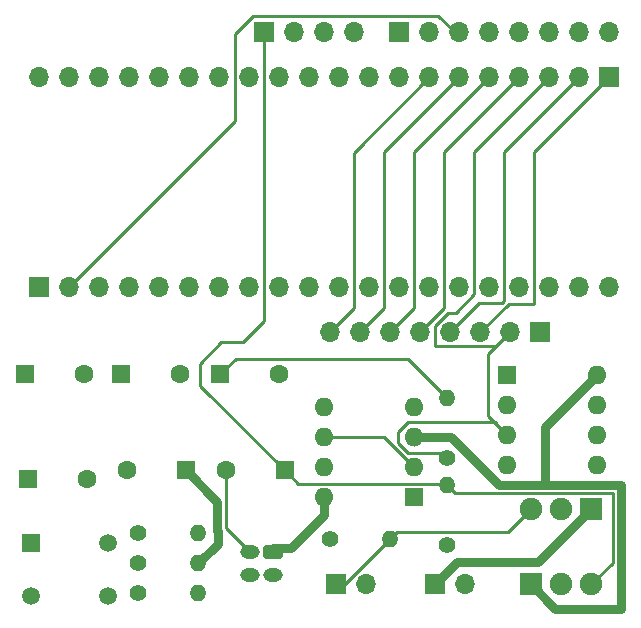
<source format=gbr>
%TF.GenerationSoftware,KiCad,Pcbnew,7.0.7*%
%TF.CreationDate,2023-10-24T13:34:15-04:00*%
%TF.ProjectId,Capstone-board-car,43617073-746f-46e6-952d-626f6172642d,rev?*%
%TF.SameCoordinates,Original*%
%TF.FileFunction,Copper,L2,Bot*%
%TF.FilePolarity,Positive*%
%FSLAX46Y46*%
G04 Gerber Fmt 4.6, Leading zero omitted, Abs format (unit mm)*
G04 Created by KiCad (PCBNEW 7.0.7) date 2023-10-24 13:34:15*
%MOMM*%
%LPD*%
G01*
G04 APERTURE LIST*
G04 Aperture macros list*
%AMRoundRect*
0 Rectangle with rounded corners*
0 $1 Rounding radius*
0 $2 $3 $4 $5 $6 $7 $8 $9 X,Y pos of 4 corners*
0 Add a 4 corners polygon primitive as box body*
4,1,4,$2,$3,$4,$5,$6,$7,$8,$9,$2,$3,0*
0 Add four circle primitives for the rounded corners*
1,1,$1+$1,$2,$3*
1,1,$1+$1,$4,$5*
1,1,$1+$1,$6,$7*
1,1,$1+$1,$8,$9*
0 Add four rect primitives between the rounded corners*
20,1,$1+$1,$2,$3,$4,$5,0*
20,1,$1+$1,$4,$5,$6,$7,0*
20,1,$1+$1,$6,$7,$8,$9,0*
20,1,$1+$1,$8,$9,$2,$3,0*%
G04 Aperture macros list end*
%TA.AperFunction,ComponentPad*%
%ADD10R,1.700000X1.700000*%
%TD*%
%TA.AperFunction,ComponentPad*%
%ADD11O,1.700000X1.700000*%
%TD*%
%TA.AperFunction,ComponentPad*%
%ADD12R,1.600000X1.600000*%
%TD*%
%TA.AperFunction,ComponentPad*%
%ADD13C,1.600000*%
%TD*%
%TA.AperFunction,ComponentPad*%
%ADD14C,1.400000*%
%TD*%
%TA.AperFunction,ComponentPad*%
%ADD15O,1.400000X1.400000*%
%TD*%
%TA.AperFunction,ComponentPad*%
%ADD16R,1.910000X1.910000*%
%TD*%
%TA.AperFunction,ComponentPad*%
%ADD17C,1.910000*%
%TD*%
%TA.AperFunction,ComponentPad*%
%ADD18O,1.600000X1.600000*%
%TD*%
%TA.AperFunction,ComponentPad*%
%ADD19R,1.508000X1.508000*%
%TD*%
%TA.AperFunction,ComponentPad*%
%ADD20C,1.508000*%
%TD*%
%TA.AperFunction,ComponentPad*%
%ADD21RoundRect,0.250000X-0.575000X0.350000X-0.575000X-0.350000X0.575000X-0.350000X0.575000X0.350000X0*%
%TD*%
%TA.AperFunction,ComponentPad*%
%ADD22O,1.650000X1.200000*%
%TD*%
%TA.AperFunction,Conductor*%
%ADD23C,0.750000*%
%TD*%
%TA.AperFunction,Conductor*%
%ADD24C,0.250000*%
%TD*%
G04 APERTURE END LIST*
D10*
%TO.P,J1,1,Pin_1*%
%TO.N,Net-(J1-Pin_1)*%
X87630000Y-77978000D03*
D11*
%TO.P,J1,2,Pin_2*%
%TO.N,Net-(J1-Pin_2)*%
X85090000Y-77978000D03*
%TO.P,J1,3,Pin_3*%
%TO.N,Earth*%
X82550000Y-77978000D03*
%TO.P,J1,4,Pin_4*%
%TO.N,Net-(J1-Pin_4)*%
X80010000Y-77978000D03*
%TO.P,J1,5,Pin_5*%
%TO.N,Net-(J1-Pin_5)*%
X77470000Y-77978000D03*
%TO.P,J1,6,Pin_6*%
%TO.N,Net-(J1-Pin_6)*%
X74930000Y-77978000D03*
%TO.P,J1,7,Pin_7*%
%TO.N,Net-(J1-Pin_7)*%
X72390000Y-77978000D03*
%TO.P,J1,8,Pin_8*%
%TO.N,unconnected-(J1-Pin_8-Pad8)*%
X69850000Y-77978000D03*
%TO.P,J1,9,Pin_9*%
%TO.N,unconnected-(J1-Pin_9-Pad9)*%
X67310000Y-77978000D03*
%TO.P,J1,10,Pin_10*%
%TO.N,unconnected-(J1-Pin_10-Pad10)*%
X64770000Y-77978000D03*
%TO.P,J1,11,Pin_11*%
%TO.N,unconnected-(J1-Pin_11-Pad11)*%
X62230000Y-77978000D03*
%TO.P,J1,12,Pin_12*%
%TO.N,unconnected-(J1-Pin_12-Pad12)*%
X59690000Y-77978000D03*
%TO.P,J1,13,Pin_13*%
%TO.N,unconnected-(J1-Pin_13-Pad13)*%
X57150000Y-77978000D03*
%TO.P,J1,14,Pin_14*%
%TO.N,unconnected-(J1-Pin_14-Pad14)*%
X54610000Y-77978000D03*
%TO.P,J1,15,Pin_15*%
%TO.N,unconnected-(J1-Pin_15-Pad15)*%
X52070000Y-77978000D03*
%TO.P,J1,16,Pin_16*%
%TO.N,unconnected-(J1-Pin_16-Pad16)*%
X49530000Y-77978000D03*
%TO.P,J1,17,Pin_17*%
%TO.N,unconnected-(J1-Pin_17-Pad17)*%
X46990000Y-77978000D03*
%TO.P,J1,18,Pin_18*%
%TO.N,unconnected-(J1-Pin_18-Pad18)*%
X44450000Y-77978000D03*
%TO.P,J1,19,Pin_19*%
%TO.N,Net-(J1-Pin_19)*%
X41910000Y-77978000D03*
%TO.P,J1,20,Pin_20*%
%TO.N,Net-(J1-Pin_20)*%
X39370000Y-77978000D03*
%TD*%
D12*
%TO.P,C5,1*%
%TO.N,VCCQ*%
X38140000Y-103124000D03*
D13*
%TO.P,C5,2*%
%TO.N,Earth*%
X43140000Y-103124000D03*
%TD*%
D14*
%TO.P,R1,1*%
%TO.N,Net-(C1-Pad1)*%
X47752000Y-119126000D03*
D15*
%TO.P,R1,2*%
%TO.N,Net-(U1-IN)*%
X52832000Y-119126000D03*
%TD*%
D12*
%TO.P,C6,1*%
%TO.N,Net-(J5-Pin_1)*%
X54690000Y-103124000D03*
D13*
%TO.P,C6,2*%
%TO.N,Earth*%
X59690000Y-103124000D03*
%TD*%
D16*
%TO.P,U3,1,IN*%
%TO.N,VCCQ*%
X86116000Y-114554000D03*
D17*
%TO.P,U3,2,GND*%
%TO.N,Earth*%
X83566000Y-114554000D03*
%TO.P,U3,3,OUT*%
%TO.N,Net-(J5-Pin_1)*%
X81016000Y-114554000D03*
%TD*%
D14*
%TO.P,R2,1*%
%TO.N,Earth*%
X47752000Y-116586000D03*
D15*
%TO.P,R2,2*%
%TO.N,Net-(U2-THR)*%
X52832000Y-116586000D03*
%TD*%
D12*
%TO.P,U1,1,OUT*%
%TO.N,Net-(J2-Pin_19)*%
X79010000Y-103150000D03*
D18*
%TO.P,U1,2,NC/ADJ*%
%TO.N,unconnected-(U1-NC{slash}ADJ-Pad2)*%
X79010000Y-105690000D03*
%TO.P,U1,3,GND*%
%TO.N,Earth*%
X79010000Y-108230000D03*
%TO.P,U1,4,NC*%
%TO.N,unconnected-(U1-NC-Pad4)*%
X79010000Y-110770000D03*
%TO.P,U1,5,\u002ASHDN*%
%TO.N,unconnected-(U1-\u002ASHDN-Pad5)*%
X86630000Y-110770000D03*
%TO.P,U1,6,NC*%
%TO.N,unconnected-(U1-NC-Pad6)*%
X86630000Y-108230000D03*
%TO.P,U1,7,NC*%
%TO.N,unconnected-(U1-NC-Pad7)*%
X86630000Y-105690000D03*
%TO.P,U1,8,IN*%
%TO.N,Net-(U1-IN)*%
X86630000Y-103150000D03*
%TD*%
D14*
%TO.P,R6,1*%
%TO.N,Earth*%
X73914000Y-110236000D03*
D15*
%TO.P,R6,2*%
%TO.N,Net-(J5-Pin_1)*%
X73914000Y-105156000D03*
%TD*%
D14*
%TO.P,R3,1*%
%TO.N,Net-(U2-THR)*%
X47752000Y-121666000D03*
D15*
%TO.P,R3,2*%
%TO.N,VCC*%
X52832000Y-121666000D03*
%TD*%
D12*
%TO.P,U2,1,GND*%
%TO.N,Earth*%
X71110000Y-113528000D03*
D18*
%TO.P,U2,2,TR*%
%TO.N,Net-(U2-THR)*%
X71110000Y-110988000D03*
%TO.P,U2,3,Q*%
%TO.N,Net-(U1-IN)*%
X71110000Y-108448000D03*
%TO.P,U2,4,R*%
%TO.N,VCC*%
X71110000Y-105908000D03*
%TO.P,U2,5,CV*%
%TO.N,unconnected-(U2-CV-Pad5)*%
X63490000Y-105908000D03*
%TO.P,U2,6,THR*%
%TO.N,Net-(U2-THR)*%
X63490000Y-108448000D03*
%TO.P,U2,7,DIS*%
%TO.N,unconnected-(U2-DIS-Pad7)*%
X63490000Y-110988000D03*
%TO.P,U2,8,VCC*%
%TO.N,VCC*%
X63490000Y-113528000D03*
%TD*%
D10*
%TO.P,BT2,1,+*%
%TO.N,VCCQ*%
X72898000Y-120904000D03*
D11*
%TO.P,BT2,2,-*%
%TO.N,Earth*%
X75438000Y-120904000D03*
%TD*%
D19*
%TO.P,S1,1*%
%TO.N,Net-(C1-Pad1)*%
X38660000Y-117384000D03*
D20*
%TO.P,S1,2*%
%TO.N,unconnected-(S1-Pad2)*%
X45160000Y-117384000D03*
%TO.P,S1,3*%
%TO.N,unconnected-(S1-Pad3)*%
X38660000Y-121884000D03*
%TO.P,S1,4*%
%TO.N,Net-(U2-THR)*%
X45160000Y-121884000D03*
%TD*%
D12*
%TO.P,C2,1*%
%TO.N,Net-(J2-Pin_19)*%
X46308000Y-103124000D03*
D13*
%TO.P,C2,2*%
%TO.N,Earth*%
X51308000Y-103124000D03*
%TD*%
D10*
%TO.P,J4,1,Pin_1*%
%TO.N,VCCQ*%
X81778000Y-99558000D03*
D11*
%TO.P,J4,2,Pin_2*%
%TO.N,Earth*%
X79238000Y-99558000D03*
%TO.P,J4,3,Pin_3*%
%TO.N,Net-(J1-Pin_1)*%
X76698000Y-99558000D03*
%TO.P,J4,4,Pin_4*%
%TO.N,Net-(J1-Pin_2)*%
X74158000Y-99558000D03*
%TO.P,J4,5,Pin_5*%
%TO.N,Net-(J1-Pin_4)*%
X71618000Y-99558000D03*
%TO.P,J4,6,Pin_6*%
%TO.N,Net-(J1-Pin_5)*%
X69078000Y-99558000D03*
%TO.P,J4,7,Pin_7*%
%TO.N,Net-(J1-Pin_6)*%
X66538000Y-99558000D03*
%TO.P,J4,8,Pin_8*%
%TO.N,Net-(J1-Pin_7)*%
X63998000Y-99558000D03*
%TD*%
D21*
%TO.P,BT1,1,+*%
%TO.N,VCC*%
X59182000Y-118142000D03*
D22*
%TO.P,BT1,2,-*%
%TO.N,Earth*%
X57182000Y-118142000D03*
%TO.P,BT1,3*%
%TO.N,N/C*%
X59182000Y-120142000D03*
%TO.P,BT1,4*%
X57182000Y-120142000D03*
%TD*%
D16*
%TO.P,U4,1,IN*%
%TO.N,Net-(U1-IN)*%
X81016000Y-120904000D03*
D17*
%TO.P,U4,2,GND*%
%TO.N,Earth*%
X83566000Y-120904000D03*
%TO.P,U4,3,OUT*%
%TO.N,Net-(J3-Pin_1)*%
X86116000Y-120904000D03*
%TD*%
D12*
%TO.P,C1,1*%
%TO.N,Net-(C1-Pad1)*%
X38434000Y-112014000D03*
D13*
%TO.P,C1,2*%
%TO.N,Earth*%
X43434000Y-112014000D03*
%TD*%
D10*
%TO.P,J5,1,Pin_1*%
%TO.N,Net-(J5-Pin_1)*%
X64516000Y-120904000D03*
D11*
%TO.P,J5,2,Pin_2*%
%TO.N,Earth*%
X67056000Y-120904000D03*
%TD*%
D12*
%TO.P,C4,1*%
%TO.N,Net-(J3-Pin_1)*%
X60158000Y-111252000D03*
D13*
%TO.P,C4,2*%
%TO.N,Earth*%
X55158000Y-111252000D03*
%TD*%
D10*
%TO.P,J3,1,Pin_1*%
%TO.N,Net-(J3-Pin_1)*%
X58430000Y-74168000D03*
D11*
%TO.P,J3,2,Pin_2*%
%TO.N,Net-(J1-Pin_20)*%
X60970000Y-74168000D03*
%TO.P,J3,3,Pin_3*%
%TO.N,Net-(J1-Pin_19)*%
X63510000Y-74168000D03*
%TO.P,J3,4,Pin_4*%
%TO.N,Earth*%
X66050000Y-74168000D03*
%TD*%
D10*
%TO.P,J2,1,Pin_1*%
%TO.N,Net-(J2-Pin_1)*%
X39370000Y-95758000D03*
D11*
%TO.P,J2,2,Pin_2*%
%TO.N,Net-(J2-Pin_2)*%
X41910000Y-95758000D03*
%TO.P,J2,3,Pin_3*%
%TO.N,unconnected-(J2-Pin_3-Pad3)*%
X44450000Y-95758000D03*
%TO.P,J2,4,Pin_4*%
%TO.N,unconnected-(J2-Pin_4-Pad4)*%
X46990000Y-95758000D03*
%TO.P,J2,5,Pin_5*%
%TO.N,unconnected-(J2-Pin_5-Pad5)*%
X49530000Y-95758000D03*
%TO.P,J2,6,Pin_6*%
%TO.N,unconnected-(J2-Pin_6-Pad6)*%
X52070000Y-95758000D03*
%TO.P,J2,7,Pin_7*%
%TO.N,unconnected-(J2-Pin_7-Pad7)*%
X54610000Y-95758000D03*
%TO.P,J2,8,Pin_8*%
%TO.N,unconnected-(J2-Pin_8-Pad8)*%
X57150000Y-95758000D03*
%TO.P,J2,9,Pin_9*%
%TO.N,unconnected-(J2-Pin_9-Pad9)*%
X59690000Y-95758000D03*
%TO.P,J2,10,Pin_10*%
%TO.N,unconnected-(J2-Pin_10-Pad10)*%
X62230000Y-95758000D03*
%TO.P,J2,11,Pin_11*%
%TO.N,unconnected-(J2-Pin_11-Pad11)*%
X64770000Y-95758000D03*
%TO.P,J2,12,Pin_12*%
%TO.N,unconnected-(J2-Pin_12-Pad12)*%
X67310000Y-95758000D03*
%TO.P,J2,13,Pin_13*%
%TO.N,unconnected-(J2-Pin_13-Pad13)*%
X69850000Y-95758000D03*
%TO.P,J2,14,Pin_14*%
%TO.N,unconnected-(J2-Pin_14-Pad14)*%
X72390000Y-95758000D03*
%TO.P,J2,15,Pin_15*%
%TO.N,unconnected-(J2-Pin_15-Pad15)*%
X74930000Y-95758000D03*
%TO.P,J2,16,Pin_16*%
%TO.N,unconnected-(J2-Pin_16-Pad16)*%
X77470000Y-95758000D03*
%TO.P,J2,17,Pin_17*%
%TO.N,unconnected-(J2-Pin_17-Pad17)*%
X80010000Y-95758000D03*
%TO.P,J2,18,Pin_18*%
%TO.N,unconnected-(J2-Pin_18-Pad18)*%
X82550000Y-95758000D03*
%TO.P,J2,19,Pin_19*%
%TO.N,Net-(J2-Pin_19)*%
X85090000Y-95758000D03*
%TO.P,J2,20,Pin_20*%
%TO.N,unconnected-(J2-Pin_20-Pad20)*%
X87630000Y-95758000D03*
%TD*%
D14*
%TO.P,R4,1*%
%TO.N,Earth*%
X73914000Y-117602000D03*
D15*
%TO.P,R4,2*%
%TO.N,Net-(J3-Pin_1)*%
X73914000Y-112522000D03*
%TD*%
D14*
%TO.P,R5,1*%
%TO.N,Earth*%
X64008000Y-117094000D03*
D15*
%TO.P,R5,2*%
%TO.N,Net-(J5-Pin_1)*%
X69088000Y-117094000D03*
%TD*%
D10*
%TO.P,J6,1,Pin_1*%
%TO.N,Net-(J2-Pin_19)*%
X69850000Y-74168000D03*
D11*
%TO.P,J6,2,Pin_2*%
%TO.N,Earth*%
X72390000Y-74168000D03*
%TO.P,J6,3,Pin_3*%
%TO.N,Net-(J2-Pin_2)*%
X74930000Y-74168000D03*
%TO.P,J6,4,Pin_4*%
%TO.N,Net-(J2-Pin_1)*%
X77470000Y-74168000D03*
%TO.P,J6,5,Pin_5*%
%TO.N,unconnected-(J6-Pin_5-Pad5)*%
X80010000Y-74168000D03*
%TO.P,J6,6,Pin_6*%
%TO.N,unconnected-(J6-Pin_6-Pad6)*%
X82550000Y-74168000D03*
%TO.P,J6,7,Pin_7*%
%TO.N,unconnected-(J6-Pin_7-Pad7)*%
X85090000Y-74168000D03*
%TO.P,J6,8,Pin_8*%
%TO.N,unconnected-(J6-Pin_8-Pad8)*%
X87630000Y-74168000D03*
%TD*%
D12*
%TO.P,C3,1*%
%TO.N,Net-(U1-IN)*%
X51816000Y-111252000D03*
D13*
%TO.P,C3,2*%
%TO.N,Earth*%
X46816000Y-111252000D03*
%TD*%
D23*
%TO.N,VCC*%
X59182000Y-117836000D02*
X60684000Y-117836000D01*
X60684000Y-117836000D02*
X63490000Y-115030000D01*
X63490000Y-115030000D02*
X63490000Y-113528000D01*
D24*
X59182000Y-118142000D02*
X59182000Y-117836000D01*
%TO.N,Earth*%
X79010000Y-108230000D02*
X77940000Y-107160000D01*
X77400000Y-101396000D02*
X78063000Y-100733000D01*
X77940000Y-107160000D02*
X70590000Y-107160000D01*
X69750000Y-108000000D02*
X69750000Y-108960000D01*
X76210000Y-84318000D02*
X82550000Y-77978000D01*
X74639701Y-97900000D02*
X76210000Y-96329701D01*
X70590000Y-107160000D02*
X69750000Y-108000000D01*
X78063000Y-100733000D02*
X72880000Y-100733000D01*
X73980000Y-97900000D02*
X74639701Y-97900000D01*
X79238000Y-99558000D02*
X78063000Y-100733000D01*
X55158000Y-116118000D02*
X57182000Y-118142000D01*
X55158000Y-111252000D02*
X55158000Y-116118000D01*
X79010000Y-108230000D02*
X77400000Y-106620000D01*
X72880000Y-100733000D02*
X72880000Y-99000000D01*
X69750000Y-108960000D02*
X70570000Y-109780000D01*
X77400000Y-106620000D02*
X77400000Y-101396000D01*
X76210000Y-96329701D02*
X76210000Y-84318000D01*
X72880000Y-99000000D02*
X73980000Y-97900000D01*
X73458000Y-109780000D02*
X73914000Y-110236000D01*
X70570000Y-109780000D02*
X73458000Y-109780000D01*
D23*
%TO.N,VCCQ*%
X74762000Y-119040000D02*
X81630000Y-119040000D01*
X81630000Y-119040000D02*
X86116000Y-114554000D01*
X72898000Y-120904000D02*
X74762000Y-119040000D01*
D24*
%TO.N,Net-(J3-Pin_1)*%
X58430000Y-98620613D02*
X56640613Y-100410000D01*
X82489949Y-113160000D02*
X82479949Y-113170000D01*
X73795000Y-112403000D02*
X61309000Y-112403000D01*
X54790000Y-100410000D02*
X52978307Y-102221693D01*
X56640613Y-100410000D02*
X54790000Y-100410000D01*
X82479949Y-113170000D02*
X74562000Y-113170000D01*
X74562000Y-113170000D02*
X73914000Y-112522000D01*
X58430000Y-74168000D02*
X58430000Y-98620613D01*
X52978307Y-102221693D02*
X52978307Y-104072307D01*
X73914000Y-112522000D02*
X73795000Y-112403000D01*
X87940000Y-113160000D02*
X82489949Y-113160000D01*
X61309000Y-112403000D02*
X60158000Y-111252000D01*
X52978307Y-104072307D02*
X60158000Y-111252000D01*
X87940000Y-119080000D02*
X87940000Y-113160000D01*
X86116000Y-120904000D02*
X87940000Y-119080000D01*
%TO.N,Net-(J5-Pin_1)*%
X70568000Y-101810000D02*
X73914000Y-105156000D01*
X69088000Y-117094000D02*
X65278000Y-120904000D01*
X81016000Y-114554000D02*
X79070000Y-116500000D01*
X54690000Y-103124000D02*
X56004000Y-101810000D01*
X69682000Y-116500000D02*
X69088000Y-117094000D01*
X65278000Y-120904000D02*
X64516000Y-120904000D01*
X56004000Y-101810000D02*
X70568000Y-101810000D01*
X79070000Y-116500000D02*
X69682000Y-116500000D01*
D23*
%TO.N,Net-(U1-IN)*%
X88650000Y-112460000D02*
X82200000Y-112460000D01*
X54458000Y-116407949D02*
X54470000Y-116419949D01*
X88640000Y-112470000D02*
X88650000Y-112460000D01*
X81016000Y-120904000D02*
X83072000Y-122960000D01*
X78280000Y-112470000D02*
X74258000Y-108448000D01*
X88640000Y-122960000D02*
X88640000Y-112470000D01*
X82200000Y-112460000D02*
X82190000Y-112470000D01*
X83072000Y-122960000D02*
X88640000Y-122960000D01*
X82190000Y-107590000D02*
X82190000Y-112470000D01*
X86630000Y-103150000D02*
X82190000Y-107590000D01*
X54470000Y-117488000D02*
X52832000Y-119126000D01*
X51816000Y-111252000D02*
X54458000Y-113894000D01*
D24*
X71110000Y-109080000D02*
X71110000Y-108448000D01*
D23*
X82190000Y-112470000D02*
X78280000Y-112470000D01*
X74258000Y-108448000D02*
X71110000Y-108448000D01*
X54470000Y-116419949D02*
X54470000Y-117488000D01*
X54458000Y-113894000D02*
X54458000Y-116407949D01*
D24*
%TO.N,Net-(J1-Pin_1)*%
X79126000Y-97130000D02*
X81280000Y-97130000D01*
X76698000Y-99558000D02*
X79126000Y-97130000D01*
X81280000Y-97130000D02*
X81280000Y-84328000D01*
X81280000Y-84328000D02*
X87630000Y-77978000D01*
%TO.N,Net-(J1-Pin_2)*%
X78519604Y-97100000D02*
X78740000Y-96879604D01*
X78740000Y-96879604D02*
X78740000Y-84328000D01*
X78740000Y-84328000D02*
X85090000Y-77978000D01*
X76616000Y-97100000D02*
X78519604Y-97100000D01*
X74158000Y-99558000D02*
X76616000Y-97100000D01*
%TO.N,Net-(J1-Pin_4)*%
X73660000Y-97516000D02*
X73660000Y-84328000D01*
X73660000Y-84328000D02*
X80010000Y-77978000D01*
X71618000Y-99558000D02*
X73660000Y-97516000D01*
%TO.N,Net-(J1-Pin_5)*%
X71130000Y-97506000D02*
X71130000Y-84318000D01*
X71130000Y-84318000D02*
X77470000Y-77978000D01*
X69078000Y-99558000D02*
X71130000Y-97506000D01*
%TO.N,Net-(J1-Pin_6)*%
X68580000Y-84328000D02*
X74930000Y-77978000D01*
X66538000Y-99558000D02*
X68580000Y-97516000D01*
X68580000Y-97516000D02*
X68580000Y-84328000D01*
%TO.N,Net-(J1-Pin_7)*%
X66020000Y-97536000D02*
X66020000Y-84348000D01*
X66020000Y-84348000D02*
X72390000Y-77978000D01*
X63998000Y-99558000D02*
X66020000Y-97536000D01*
%TO.N,Net-(J2-Pin_2)*%
X57458000Y-72790000D02*
X55975000Y-74273000D01*
X74538299Y-74168000D02*
X73160299Y-72790000D01*
X74930000Y-74168000D02*
X74538299Y-74168000D01*
X55975000Y-74273000D02*
X55975000Y-81693000D01*
X73160299Y-72790000D02*
X57458000Y-72790000D01*
X55975000Y-81693000D02*
X41910000Y-95758000D01*
%TO.N,Net-(U2-THR)*%
X63490000Y-108448000D02*
X68570000Y-108448000D01*
X68570000Y-108448000D02*
X71110000Y-110988000D01*
%TD*%
M02*

</source>
